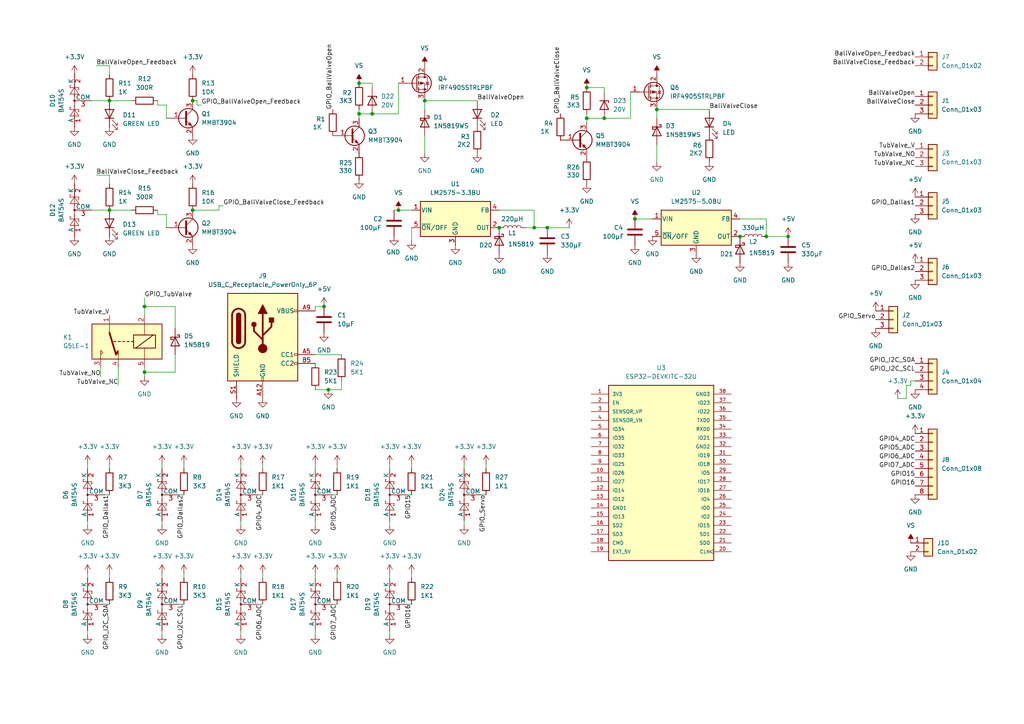
<source format=kicad_sch>
(kicad_sch (version 20231120) (generator "eeschema") (generator_version "8.0")
  (paper "A4")
  (junction (at 222.25 68.58))
  (junction (at 104.14 33.02))
  (junction (at 93.98 88.9))
  (junction (at 107.95 33.02))
  (junction (at 115.57 60.96))
  (junction (at 104.14 24.13))
  (junction (at 95.25 113.03))
  (junction (at 154.94 66.04))
  (junction (at 55.88 29.21))
  (junction (at 123.19 29.21))
  (junction (at 41.91 88.9))
  (junction (at 31.75 29.21))
  (junction (at 158.75 66.04))
  (junction (at 214.63 68.58))
  (junction (at 184.15 63.5))
  (junction (at 228.6 68.58))
  (junction (at 41.91 107.95))
  (junction (at 55.88 60.96))
  (junction (at 144.78 66.04))
  (junction (at 175.26 34.29))
  (junction (at 170.18 34.29))
  (junction (at 170.18 25.4))
  (junction (at 31.75 60.96))
  (junction (at 190.5 31.75))
  (wire (pts (xy 182.88 26.67) (xy 182.88 34.29)))
  (wire (pts (xy 214.63 63.5) (xy 222.25 63.5)))
  (wire (pts (xy 170.18 33.02) (xy 170.18 34.29)))
  (wire (pts (xy 99.06 113.03) (xy 99.06 110.49)))
  (wire (pts (xy 140.97 143.51) (xy 139.7 143.51)))
  (wire (pts (xy 45.72 30.48) (xy 45.72 29.21)))
  (wire (pts (xy 91.44 113.03) (xy 95.25 113.03)))
  (wire (pts (xy 97.79 175.26) (xy 96.52 175.26)))
  (wire (pts (xy 41.91 109.22) (xy 41.91 107.95)))
  (wire (pts (xy 104.14 33.02) (xy 104.14 34.29)))
  (wire (pts (xy 46.99 152.4) (xy 46.99 151.13)))
  (wire (pts (xy 31.75 166.37) (xy 31.75 167.64)))
  (wire (pts (xy 119.38 166.37) (xy 119.38 167.64)))
  (wire (pts (xy 45.72 62.23) (xy 48.26 62.23)))
  (wire (pts (xy 25.4 166.37) (xy 25.4 167.64)))
  (wire (pts (xy 154.94 66.04) (xy 158.75 66.04)))
  (wire (pts (xy 76.2 175.26) (xy 74.93 175.26)))
  (wire (pts (xy 123.19 31.75) (xy 123.19 29.21)))
  (wire (pts (xy 170.18 25.4) (xy 175.26 25.4)))
  (wire (pts (xy 55.88 29.21) (xy 57.15 29.21)))
  (wire (pts (xy 50.8 88.9) (xy 41.91 88.9)))
  (wire (pts (xy 140.97 134.62) (xy 140.97 135.89)))
  (wire (pts (xy 107.95 33.02) (xy 115.57 33.02)))
  (wire (pts (xy 95.25 113.03) (xy 99.06 113.03)))
  (wire (pts (xy 50.8 95.25) (xy 50.8 88.9)))
  (wire (pts (xy 190.5 31.75) (xy 205.74 31.75)))
  (wire (pts (xy 182.88 34.29) (xy 175.26 34.29)))
  (wire (pts (xy 41.91 88.9) (xy 41.91 91.44)))
  (wire (pts (xy 31.75 175.26) (xy 30.48 175.26)))
  (wire (pts (xy 46.99 184.15) (xy 46.99 182.88)))
  (wire (pts (xy 31.75 29.21) (xy 38.1 29.21)))
  (wire (pts (xy 152.4 66.04) (xy 154.94 66.04)))
  (wire (pts (xy 175.26 25.4) (xy 175.26 26.67)))
  (wire (pts (xy 97.79 134.62) (xy 97.79 135.89)))
  (wire (pts (xy 41.91 86.36) (xy 41.91 88.9)))
  (wire (pts (xy 264.16 111.76) (xy 264.16 110.49)))
  (wire (pts (xy 53.34 134.62) (xy 53.34 135.89)))
  (wire (pts (xy 104.14 24.13) (xy 107.95 24.13)))
  (wire (pts (xy 175.26 34.29) (xy 170.18 34.29)))
  (wire (pts (xy 170.18 34.29) (xy 170.18 35.56)))
  (wire (pts (xy 31.75 60.96) (xy 26.67 60.96)))
  (wire (pts (xy 134.62 134.62) (xy 134.62 135.89)))
  (wire (pts (xy 29.21 106.68) (xy 29.21 109.22)))
  (wire (pts (xy 69.85 152.4) (xy 69.85 151.13)))
  (wire (pts (xy 31.75 143.51) (xy 30.48 143.51)))
  (wire (pts (xy 76.2 134.62) (xy 76.2 135.89)))
  (wire (pts (xy 46.99 166.37) (xy 46.99 167.64)))
  (wire (pts (xy 119.38 175.26) (xy 118.11 175.26)))
  (wire (pts (xy 123.19 44.45) (xy 123.19 39.37)))
  (wire (pts (xy 31.75 134.62) (xy 31.75 135.89)))
  (wire (pts (xy 115.57 24.13) (xy 115.57 33.02)))
  (wire (pts (xy 119.38 143.51) (xy 118.11 143.51)))
  (wire (pts (xy 76.2 143.51) (xy 74.93 143.51)))
  (wire (pts (xy 184.15 63.5) (xy 189.23 63.5)))
  (wire (pts (xy 25.4 134.62) (xy 25.4 135.89)))
  (wire (pts (xy 31.75 60.96) (xy 38.1 60.96)))
  (wire (pts (xy 264.16 110.49) (xy 265.43 110.49)))
  (wire (pts (xy 48.26 62.23) (xy 48.26 66.04)))
  (wire (pts (xy 144.78 60.96) (xy 154.94 60.96)))
  (wire (pts (xy 104.14 31.75) (xy 104.14 33.02)))
  (wire (pts (xy 97.79 143.51) (xy 96.52 143.51)))
  (wire (pts (xy 190.5 46.99) (xy 190.5 41.91)))
  (wire (pts (xy 45.72 30.48) (xy 48.26 30.48)))
  (wire (pts (xy 53.34 166.37) (xy 53.34 167.64)))
  (wire (pts (xy 97.79 166.37) (xy 97.79 167.64)))
  (wire (pts (xy 104.14 33.02) (xy 107.95 33.02)))
  (wire (pts (xy 46.99 134.62) (xy 46.99 135.89)))
  (wire (pts (xy 91.44 102.87) (xy 99.06 102.87)))
  (wire (pts (xy 53.34 143.51) (xy 52.07 143.51)))
  (wire (pts (xy 91.44 88.9) (xy 91.44 90.17)))
  (wire (pts (xy 165.1 66.04) (xy 158.75 66.04)))
  (wire (pts (xy 190.5 34.29) (xy 190.5 31.75)))
  (wire (pts (xy 64.77 59.69) (xy 63.5 59.69)))
  (wire (pts (xy 69.85 184.15) (xy 69.85 182.88)))
  (wire (pts (xy 119.38 69.85) (xy 119.38 66.04)))
  (wire (pts (xy 113.03 166.37) (xy 113.03 167.64)))
  (wire (pts (xy 69.85 134.62) (xy 69.85 135.89)))
  (wire (pts (xy 57.15 29.21) (xy 57.15 30.48)))
  (wire (pts (xy 53.34 175.26) (xy 52.07 175.26)))
  (wire (pts (xy 31.75 50.8) (xy 31.75 53.34)))
  (wire (pts (xy 93.98 88.9) (xy 91.44 88.9)))
  (wire (pts (xy 115.57 60.96) (xy 119.38 60.96)))
  (wire (pts (xy 31.75 29.21) (xy 26.67 29.21)))
  (wire (pts (xy 260.35 115.57) (xy 262.89 115.57)))
  (wire (pts (xy 25.4 152.4) (xy 25.4 151.13)))
  (wire (pts (xy 91.44 184.15) (xy 91.44 182.88)))
  (wire (pts (xy 113.03 152.4) (xy 113.03 151.13)))
  (wire (pts (xy 119.38 134.62) (xy 119.38 135.89)))
  (wire (pts (xy 50.8 107.95) (xy 50.8 102.87)))
  (wire (pts (xy 123.19 29.21) (xy 138.43 29.21)))
  (wire (pts (xy 27.94 19.05) (xy 31.75 19.05)))
  (wire (pts (xy 114.3 60.96) (xy 115.57 60.96)))
  (wire (pts (xy 41.91 107.95) (xy 50.8 107.95)))
  (wire (pts (xy 91.44 152.4) (xy 91.44 151.13)))
  (wire (pts (xy 48.26 30.48) (xy 48.26 34.29)))
  (wire (pts (xy 63.5 59.69) (xy 63.5 60.96)))
  (wire (pts (xy 262.89 111.76) (xy 264.16 111.76)))
  (wire (pts (xy 154.94 60.96) (xy 154.94 66.04)))
  (wire (pts (xy 91.44 166.37) (xy 91.44 167.64)))
  (wire (pts (xy 34.29 106.68) (xy 34.29 111.76)))
  (wire (pts (xy 76.2 166.37) (xy 76.2 167.64)))
  (wire (pts (xy 134.62 152.4) (xy 134.62 151.13)))
  (wire (pts (xy 262.89 115.57) (xy 262.89 111.76)))
  (wire (pts (xy 31.75 19.05) (xy 31.75 21.59)))
  (wire (pts (xy 113.03 184.15) (xy 113.03 182.88)))
  (wire (pts (xy 91.44 134.62) (xy 91.44 135.89)))
  (wire (pts (xy 25.4 184.15) (xy 25.4 182.88)))
  (wire (pts (xy 41.91 107.95) (xy 41.91 106.68)))
  (wire (pts (xy 57.15 30.48) (xy 58.42 30.48)))
  (wire (pts (xy 113.03 134.62) (xy 113.03 135.89)))
  (wire (pts (xy 69.85 166.37) (xy 69.85 167.64)))
  (wire (pts (xy 27.94 50.8) (xy 31.75 50.8)))
  (wire (pts (xy 222.25 63.5) (xy 222.25 68.58)))
  (wire (pts (xy 63.5 60.96) (xy 55.88 60.96)))
  (wire (pts (xy 228.6 68.58) (xy 222.25 68.58)))
  (wire (pts (xy 107.95 24.13) (xy 107.95 25.4)))
  (wire (pts (xy 45.72 62.23) (xy 45.72 60.96)))
  (label "GPIO_Servo" (at 140.97 143.51 270))
  (label "BallValveOpen_Feedback" (at 265.43 16.51 180))
  (label "GPIO_Dallas1" (at 265.43 59.69 180))
  (label "GPIO5_ADC" (at 265.43 130.81 180))
  (label "GPIO_BallValveClose" (at 162.56 33.02 90))
  (label "BallValveOpen" (at 265.43 27.94 180))
  (label "GPIO_BallValveOpen" (at 96.52 31.75 90))
  (label "GPIO_BallValveOpen_Feedback" (at 58.42 30.48 0))
  (label "GPIO_I2C_SDA" (at 265.43 105.41 180))
  (label "GPIO7_ADC" (at 97.79 175.26 270))
  (label "GPIO_Servo" (at 254 92.71 180))
  (label "GPIO15" (at 119.38 143.51 270))
  (label "BallValveClose" (at 265.43 30.48 180))
  (label "TubValve_NO" (at 265.43 45.72 180))
  (label "GPIO_I2C_SDA" (at 31.75 175.26 270))
  (label "GPIO_Dallas2" (at 53.34 143.51 270))
  (label "BallValveOpen" (at 138.43 29.21 0))
  (label "GPIO_Dallas1" (at 31.75 143.51 270))
  (label "GPIO_BallValveClose_Feedback" (at 64.77 59.69 0))
  (label "GPIO_I2C_SCL" (at 265.43 107.95 180))
  (label "GPIO_Dallas2" (at 265.43 78.74 180))
  (label "GPIO16" (at 265.43 140.97 180))
  (label "BallValveClose" (at 205.74 31.75 0))
  (label "GPIO4_ADC" (at 265.43 128.27 180))
  (label "GPIO15" (at 265.43 138.43 180))
  (label "BallValveClose_Feedback" (at 27.94 50.8 0))
  (label "TubValve_V" (at 31.75 91.44 180))
  (label "GPIO7_ADC" (at 265.43 135.89 180))
  (label "TubValve_NC" (at 34.29 111.76 180))
  (label "GPIO_I2C_SCL" (at 53.34 175.26 270))
  (label "BallValveOpen_Feedback" (at 27.94 19.05 0))
  (label "GPIO6_ADC" (at 265.43 133.35 180))
  (label "GPIO5_ADC" (at 97.79 143.51 270))
  (label "TubValve_V" (at 265.43 43.18 180))
  (label "GPIO6_ADC" (at 76.2 175.26 270))
  (label "BallValveClose_Feedback" (at 265.43 19.05 180))
  (label "GPIO16" (at 119.38 175.26 270))
  (label "GPIO4_ADC" (at 76.2 143.51 270))
  (label "GPIO_TubValve" (at 41.91 86.36 0))
  (label "TubValve_NO" (at 29.21 109.22 180))
  (label "TubValve_NC" (at 265.43 48.26 180))
  (symbol (lib_id "Device:C") (at 184.15 67.31 0) (unit 1)
    (property "Reference" "C4" (at 178.054 66.04 0) (effects (justify left)))
    (property "Value" "100µF" (at 174.752 68.58 0) (effects (justify left)))
    (property "Footprint" "Capacitor_SMD:CP_Elec_8x10" (effects (hide yes)))
    (property "Description" "UUD1H101MNL1GS" (effects (hide yes)))
  )
  (symbol (lib_id "power:GND") (at 265.43 113.03 0) (unit 1)
    (property "Reference" "#PWR018" (effects (hide yes)))
    (property "Value" "GND" (at 265.43 118.11 0))
    (property "Description" "Power symbol creates a global label with name \"GND\" , ground" (effects (hide yes)))
  )
  (symbol (lib_id "Device:R") (at 55.88 57.15 0) (unit 1)
    (property "Reference" "R16" (at 58.42 55.8799 0) (effects (justify left)))
    (property "Value" "10K" (at 58.42 58.4199 0) (effects (justify left)))
    (property "Footprint" "Resistor_SMD:R_0805_2012Metric" (effects (hide yes)))
    (property "Description" "Resistor" (effects (hide yes)))
  )
  (symbol (lib_id "Diode:BAT54S") (at 91.44 175.26 90) (unit 1)
    (property "Reference" "D17" (at 85.09 175.26 0))
    (property "Value" "BAT54S" (at 87.63 175.26 0))
    (property "Footprint" "Package_TO_SOT_SMD:SOT-23" (effects (hide yes)))
    (property "Datasheet" "https://www.diodes.com/assets/Datasheets/ds11005.pdf" (effects (hide yes)))
    (property "Description" "Vr 30V, If 200mA, Dual schottky barrier diode, in series, SOT-323" (effects (hide yes)))
  )
  (symbol (lib_id "power:GND") (at 265.43 33.02 0) (unit 1)
    (property "Reference" "#PWR04" (effects (hide yes)))
    (property "Value" "GND" (at 265.43 38.1 0))
    (property "Description" "Power symbol creates a global label with name \"GND\" , ground" (effects (hide yes)))
  )
  (symbol (lib_id "power:GND") (at 69.85 152.4 0) (mirror y) (unit 1)
    (property "Reference" "#PWR041" (effects (hide yes)))
    (property "Value" "GND" (at 69.85 157.48 0))
    (property "Description" "Power symbol creates a global label with name \"GND\" , ground" (effects (hide yes)))
  )
  (symbol (lib_id "power:+3.3V") (at 76.2 134.62 0) (mirror y) (unit 1)
    (property "Reference" "#PWR042" (effects (hide yes)))
    (property "Value" "+3.3V" (at 76.2 129.54 0))
    (property "Description" "Power symbol creates a global label with name \"+3.3V\"" (effects (hide yes)))
  )
  (symbol (lib_id "power:+3.3V") (at 91.44 166.37 0) (mirror y) (unit 1)
    (property "Reference" "#PWR048" (effects (hide yes)))
    (property "Value" "+3.3V" (at 91.44 161.29 0))
    (property "Description" "Power symbol creates a global label with name \"+3.3V\"" (effects (hide yes)))
  )
  (symbol (lib_id "power:GND") (at 228.6 76.2 0) (unit 1)
    (property "Reference" "#PWR075" (effects (hide yes)))
    (property "Value" "GND" (at 228.6 81.28 0))
    (property "Description" "Power symbol creates a global label with name \"GND\" , ground" (effects (hide yes)))
  )
  (symbol (lib_id "power:+3.3V") (at 97.79 166.37 0) (mirror y) (unit 1)
    (property "Reference" "#PWR051" (effects (hide yes)))
    (property "Value" "+3.3V" (at 97.79 161.29 0))
    (property "Description" "Power symbol creates a global label with name \"+3.3V\"" (effects (hide yes)))
  )
  (symbol (lib_id "Regulator_Switching:LM2575-3.3BU") (at 132.08 63.5 0) (unit 1)
    (property "Reference" "U1" (at 132.08 53.34 0))
    (property "Value" "LM2575-3.3BU" (at 132.08 55.88 0))
    (property "Footprint" "Package_TO_SOT_SMD:TO-263-5_TabPin3" (effects (hide yes)))
    (property "Datasheet" "http://ww1.microchip.com/downloads/en/DeviceDoc/lm2575.pdf" (effects (hide yes)))
    (property "Description" "Fixed 3.3V 52kHz Simple 1A Buck Regulator, TO-263" (effects (hide yes)))
  )
  (symbol (lib_id "Diode:BAT54S") (at 21.59 60.96 90) (unit 1)
    (property "Reference" "D12" (at 15.24 60.96 0))
    (property "Value" "BAT54S" (at 17.78 60.96 0))
    (property "Footprint" "Package_TO_SOT_SMD:SOT-23" (effects (hide yes)))
    (property "Datasheet" "https://www.diodes.com/assets/Datasheets/ds11005.pdf" (effects (hide yes)))
    (property "Description" "Vr 30V, If 200mA, Dual schottky barrier diode, in series, SOT-323" (effects (hide yes)))
  )
  (symbol (lib_id "Regulator_Switching:LM2575-5.0BU") (at 201.93 66.04 0) (unit 1)
    (property "Reference" "U2" (at 201.93 55.88 0))
    (property "Value" "LM2575-5.0BU" (at 201.93 58.42 0))
    (property "Footprint" "Package_TO_SOT_SMD:TO-263-5_TabPin3" (effects (hide yes)))
    (property "Datasheet" "http://ww1.microchip.com/downloads/en/DeviceDoc/lm2575.pdf" (effects (hide yes)))
    (property "Description" "Fixed 5.0V 52kHz Simple 1A Buck Regulator, TO-263" (effects (hide yes)))
  )
  (symbol (lib_id "Device:D_Schottky") (at 214.63 72.39 270) (unit 1)
    (property "Reference" "D21" (at 208.788 73.66 90) (effects (justify left)))
    (property "Value" "1N5819" (at 217.17 73.3424 90) (effects (justify left)))
    (property "Footprint" "Diode_SMD:D_SOD-323" (effects (hide yes)))
    (property "Description" "Schottky diode" (effects (hide yes)))
  )
  (symbol (lib_id "Connector_Generic:Conn_01x02") (at 269.24 157.48 0) (unit 1)
    (property "Reference" "J10" (at 271.78 157.4799 0) (effects (justify left)))
    (property "Value" "Conn_01x02" (at 271.78 160.0199 0) (effects (justify left)))
    (property "Description" "Generic connector, single row, 01x02, script generated (kicad-library-utils/schlib/autogen/connector/)" (effects (hide yes)))
  )
  (symbol (lib_id "power:GND") (at 138.43 44.45 0) (unit 1)
    (property "Reference" "#PWR06" (effects (hide yes)))
    (property "Value" "GND" (at 138.43 49.53 0))
    (property "Description" "Power symbol creates a global label with name \"GND\" , ground" (effects (hide yes)))
  )
  (symbol (lib_id "Device:C") (at 228.6 72.39 0) (unit 1)
    (property "Reference" "C5" (at 232.41 71.1199 0) (effects (justify left)))
    (property "Value" "330µF" (at 232.41 73.6599 0) (effects (justify left)))
    (property "Footprint" "Capacitor_SMD:CP_Elec_6.3x7.7" (effects (hide yes)))
    (property "Description" "RVT0J331M0607" (effects (hide yes)))
  )
  (symbol (lib_id "power:+3.3V") (at 69.85 166.37 0) (mirror y) (unit 1)
    (property "Reference" "#PWR043" (effects (hide yes)))
    (property "Value" "+3.3V" (at 69.85 161.29 0))
    (property "Description" "Power symbol creates a global label with name \"+3.3V\"" (effects (hide yes)))
  )
  (symbol (lib_id "power:VS") (at 184.15 63.5 0) (unit 1)
    (property "Reference" "#PWR086" (effects (hide yes)))
    (property "Value" "VS" (at 184.15 58.42 0))
    (property "Description" "Power symbol creates a global label with name \"VS\"" (effects (hide yes)))
  )
  (symbol (lib_id "power:VS") (at 104.14 24.13 0) (unit 1)
    (property "Reference" "#PWR02" (effects (hide yes)))
    (property "Value" "VS" (at 104.14 19.05 0))
    (property "Description" "Power symbol creates a global label with name \"VS\"" (effects (hide yes)))
  )
  (symbol (lib_id "power:GND") (at 123.19 44.45 0) (unit 1)
    (property "Reference" "#PWR05" (effects (hide yes)))
    (property "Value" "GND" (at 123.19 49.53 0))
    (property "Description" "Power symbol creates a global label with name \"GND\" , ground" (effects (hide yes)))
  )
  (symbol (lib_id "Device:R") (at 31.75 25.4 0) (unit 1)
    (property "Reference" "R11" (at 34.29 24.1299 0) (effects (justify left)))
    (property "Value" "1K" (at 34.29 26.6699 0) (effects (justify left)))
    (property "Footprint" "Resistor_SMD:R_0805_2012Metric" (effects (hide yes)))
    (property "Description" "Resistor" (effects (hide yes)))
  )
  (symbol (lib_id "Diode:1N5819WS") (at 190.5 38.1 270) (unit 1)
    (property "Reference" "D3" (at 193.04 36.5124 90) (effects (justify left)))
    (property "Value" "1N5819WS" (at 193.04 39.0524 90) (effects (justify left)))
    (property "Footprint" "Diode_SMD:D_SOD-323" (effects (hide yes)))
    (property "Datasheet" "https://datasheet.lcsc.com/lcsc/2204281430_Guangdong-Hottech-1N5819WS_C191023.pdf" (effects (hide yes)))
    (property "Description" "40V 600mV@1A 1A SOD-323 Schottky Barrier Diodes, SOD-323" (effects (hide yes)))
  )
  (symbol (lib_id "power:GND") (at 170.18 53.34 0) (unit 1)
    (property "Reference" "#PWR08" (effects (hide yes)))
    (property "Value" "GND" (at 170.18 58.42 0))
    (property "Description" "Power symbol creates a global label with name \"GND\" , ground" (effects (hide yes)))
  )
  (symbol (lib_id "Device:C") (at 93.98 92.71 0) (unit 1)
    (property "Reference" "C1" (at 97.79 91.4399 0) (effects (justify left)))
    (property "Value" "10µF" (at 97.79 93.9799 0) (effects (justify left)))
    (property "Footprint" "Capacitor_SMD:C_0805_2012Metric" (effects (hide yes)))
    (property "Description" "CL21A106KAYNNNE" (effects (hide yes)))
  )
  (symbol (lib_id "power:GND") (at 68.58 115.57 0) (unit 1)
    (property "Reference" "#PWR063" (effects (hide yes)))
    (property "Value" "GND" (at 68.58 120.65 0))
    (property "Description" "Power symbol creates a global label with name \"GND\" , ground" (effects (hide yes)))
  )
  (symbol (lib_id "power:+3.3V") (at 55.88 21.59 0) (unit 1)
    (property "Reference" "#PWR034" (effects (hide yes)))
    (property "Value" "+3.3V" (at 55.88 16.51 0))
    (property "Description" "Power symbol creates a global label with name \"+3.3V\"" (effects (hide yes)))
  )
  (symbol (lib_id "Device:L") (at 148.59 66.04 90) (unit 1)
    (property "Reference" "L1" (at 148.59 67.564 90))
    (property "Value" "220µH" (at 148.59 63.5 90))
    (property "Footprint" "Inductor_SMD:L_Sunlord_SWRB1207S" (effects (hide yes)))
    (property "Description" "SWRB1207S-221MT" (effects (hide yes)))
  )
  (symbol (lib_id "power:GND") (at 21.59 68.58 0) (unit 1)
    (property "Reference" "#PWR036" (effects (hide yes)))
    (property "Value" "GND" (at 21.59 73.66 0))
    (property "Description" "Power symbol creates a global label with name \"GND\" , ground" (effects (hide yes)))
  )
  (symbol (lib_id "Device:LED") (at 138.43 33.02 90) (unit 1)
    (property "Reference" "D2" (at 142.24 33.3374 90) (effects (justify right)))
    (property "Value" "LED" (at 142.24 35.8774 90) (effects (justify right)))
    (property "Description" "Light emitting diode" (effects (hide yes)))
  )
  (symbol (lib_id "Diode:BAT54S") (at 113.03 175.26 90) (unit 1)
    (property "Reference" "D19" (at 106.68 175.26 0))
    (property "Value" "BAT54S" (at 109.22 175.26 0))
    (property "Footprint" "Package_TO_SOT_SMD:SOT-23" (effects (hide yes)))
    (property "Datasheet" "https://www.diodes.com/assets/Datasheets/ds11005.pdf" (effects (hide yes)))
    (property "Description" "Vr 30V, If 200mA, Dual schottky barrier diode, in series, SOT-323" (effects (hide yes)))
  )
  (symbol (lib_id "power:GND") (at 95.25 113.03 0) (unit 1)
    (property "Reference" "#PWR060" (effects (hide yes)))
    (property "Value" "GND" (at 95.25 118.11 0))
    (property "Description" "Power symbol creates a global label with name \"GND\" , ground" (effects (hide yes)))
  )
  (symbol (lib_id "power:GND") (at 254 95.25 0) (unit 1)
    (property "Reference" "#PWR083" (effects (hide yes)))
    (property "Value" "GND" (at 254 100.33 0))
    (property "Description" "Power symbol creates a global label with name \"GND\" , ground" (effects (hide yes)))
  )
  (symbol (lib_id "Device:R") (at 97.79 139.7 0) (unit 1)
    (property "Reference" "R19" (at 100.33 138.4299 0) (effects (justify left)))
    (property "Value" "1K1" (at 100.33 140.9699 0) (effects (justify left)))
    (property "Footprint" "Resistor_SMD:R_0805_2012Metric" (effects (hide yes)))
    (property "Description" "Resistor" (effects (hide yes)))
  )
  (symbol (lib_id "power:GND") (at 69.85 184.15 0) (mirror y) (unit 1)
    (property "Reference" "#PWR044" (effects (hide yes)))
    (property "Value" "GND" (at 69.85 189.23 0))
    (property "Description" "Power symbol creates a global label with name \"GND\" , ground" (effects (hide yes)))
  )
  (symbol (lib_id "power:+3.3V") (at 46.99 166.37 0) (mirror y) (unit 1)
    (property "Reference" "#PWR023" (effects (hide yes)))
    (property "Value" "+3.3V" (at 46.99 161.29 0))
    (property "Description" "Power symbol creates a global label with name \"+3.3V\"" (effects (hide yes)))
  )
  (symbol (lib_id "Device:R") (at 119.38 171.45 0) (unit 1)
    (property "Reference" "R22" (at 121.92 170.1799 0) (effects (justify left)))
    (property "Value" "1K1" (at 121.92 172.7199 0) (effects (justify left)))
    (property "Footprint" "Resistor_SMD:R_0805_2012Metric" (effects (hide yes)))
    (property "Description" "Resistor" (effects (hide yes)))
  )
  (symbol (lib_id "Device:R") (at 96.52 35.56 0) (unit 1)
    (property "Reference" "R1" (at 91.694 34.544 0) (effects (justify left)))
    (property "Value" "1K" (at 90.678 36.83 0) (effects (justify left)))
    (property "Footprint" "Resistor_SMD:R_0805_2012Metric" (effects (hide yes)))
    (property "Description" "Resistor" (effects (hide yes)))
  )
  (symbol (lib_id "Device:R") (at 53.34 171.45 0) (unit 1)
    (property "Reference" "R10" (at 55.88 170.1799 0) (effects (justify left)))
    (property "Value" "3K3" (at 55.88 172.7199 0) (effects (justify left)))
    (property "Footprint" "Resistor_SMD:R_0805_2012Metric" (effects (hide yes)))
    (property "Description" "Resistor" (effects (hide yes)))
  )
  (symbol (lib_id "power:GND") (at 265.43 143.51 0) (unit 1)
    (property "Reference" "#PWR059" (effects (hide yes)))
    (property "Value" "GND" (at 265.43 148.59 0))
    (property "Description" "Power symbol creates a global label with name \"GND\" , ground" (effects (hide yes)))
  )
  (symbol (lib_id "power:+3.3V") (at 113.03 166.37 0) (mirror y) (unit 1)
    (property "Reference" "#PWR055" (effects (hide yes)))
    (property "Value" "+3.3V" (at 113.03 161.29 0))
    (property "Description" "Power symbol creates a global label with name \"+3.3V\"" (effects (hide yes)))
  )
  (symbol (lib_id "Device:C") (at 114.3 64.77 0) (unit 1)
    (property "Reference" "C2" (at 108.204 63.5 0) (effects (justify left)))
    (property "Value" "100µF" (at 104.394 66.04 0) (effects (justify left)))
    (property "Footprint" "Capacitor_SMD:CP_Elec_8x10" (effects (hide yes)))
    (property "Description" "UUD1H101MNL1GS" (effects (hide yes)))
  )
  (symbol (lib_id "power:+3.3V") (at 25.4 134.62 0) (mirror y) (unit 1)
    (property "Reference" "#PWR013" (effects (hide yes)))
    (property "Value" "+3.3V" (at 25.4 129.54 0))
    (property "Description" "Power symbol creates a global label with name \"+3.3V\"" (effects (hide yes)))
  )
  (symbol (lib_id "power:VS") (at 123.19 19.05 0) (unit 1)
    (property "Reference" "#PWR078" (effects (hide yes)))
    (property "Value" "VS" (at 123.19 13.97 0))
    (property "Description" "Power symbol creates a global label with name \"VS\"" (effects (hide yes)))
  )
  (symbol (lib_id "Device:R") (at 104.14 27.94 0) (unit 1)
    (property "Reference" "R2" (at 99.314 26.924 0) (effects (justify left)))
    (property "Value" "3K3" (at 98.298 29.21 0) (effects (justify left)))
    (property "Footprint" "Resistor_SMD:R_0805_2012Metric" (effects (hide yes)))
    (property "Description" "Resistor" (effects (hide yes)))
  )
  (symbol (lib_id "power:GND") (at 31.75 68.58 0) (unit 1)
    (property "Reference" "#PWR037" (effects (hide yes)))
    (property "Value" "GND" (at 31.75 73.66 0))
    (property "Description" "Power symbol creates a global label with name \"GND\" , ground" (effects (hide yes)))
  )
  (symbol (lib_id "power:+3.3V") (at 134.62 134.62 0) (mirror y) (unit 1)
    (property "Reference" "#PWR079" (effects (hide yes)))
    (property "Value" "+3.3V" (at 134.62 129.54 0))
    (property "Description" "Power symbol creates a global label with name \"+3.3V\"" (effects (hide yes)))
  )
  (symbol (lib_id "Device:L") (at 218.44 68.58 90) (unit 1)
    (property "Reference" "L2" (at 218.44 70.104 90))
    (property "Value" "330µH" (at 218.44 66.04 90))
    (property "Footprint" "Inductor_SMD:L_Sunlord_SWRB1207S" (effects (hide yes)))
    (property "Description" "SWRB1207S-331MT" (effects (hide yes)))
  )
  (symbol (lib_id "power:GND") (at 55.88 71.12 0) (unit 1)
    (property "Reference" "#PWR039" (effects (hide yes)))
    (property "Value" "GND" (at 55.88 76.2 0))
    (property "Description" "Power symbol creates a global label with name \"GND\" , ground" (effects (hide yes)))
  )
  (symbol (lib_id "Transistor_BJT:MMBT3904") (at 53.34 34.29 0) (unit 1)
    (property "Reference" "Q1" (at 58.42 33.0199 0) (effects (justify left)))
    (property "Value" "MMBT3904" (at 58.42 35.5599 0) (effects (justify left)))
    (property "Footprint" "Package_TO_SOT_SMD:SOT-23" (effects (hide yes)))
    (property "Datasheet" "https://www.onsemi.com/pdf/datasheet/pzt3904-d.pdf" (effects (hide yes)))
    (property "Description" "0.2A Ic, 40V Vce, Small Signal NPN Transistor, SOT-23" (effects (hide yes)))
  )
  (symbol (lib_id "power:GND") (at 214.63 76.2 0) (unit 1)
    (property "Reference" "#PWR074" (effects (hide yes)))
    (property "Value" "GND" (at 214.63 81.28 0))
    (property "Description" "Power symbol creates a global label with name \"GND\" , ground" (effects (hide yes)))
  )
  (symbol (lib_id "Transistor_BJT:MMBT3904") (at 53.34 66.04 0) (unit 1)
    (property "Reference" "Q2" (at 58.42 64.7699 0) (effects (justify left)))
    (property "Value" "MMBT3904" (at 58.42 67.3099 0) (effects (justify left)))
    (property "Footprint" "Package_TO_SOT_SMD:SOT-23" (effects (hide yes)))
    (property "Datasheet" "https://www.onsemi.com/pdf/datasheet/pzt3904-d.pdf" (effects (hide yes)))
    (property "Description" "0.2A Ic, 40V Vce, Small Signal NPN Transistor, SOT-23" (effects (hide yes)))
  )
  (symbol (lib_id "power:GND") (at 91.44 152.4 0) (mirror y) (unit 1)
    (property "Reference" "#PWR047" (effects (hide yes)))
    (property "Value" "GND" (at 91.44 157.48 0))
    (property "Description" "Power symbol creates a global label with name \"GND\" , ground" (effects (hide yes)))
  )
  (symbol (lib_id "Diode:BAT54S") (at 25.4 175.26 90) (unit 1)
    (property "Reference" "D8" (at 19.05 175.26 0))
    (property "Value" "BAT54S" (at 21.59 175.26 0))
    (property "Footprint" "Package_TO_SOT_SMD:SOT-23" (effects (hide yes)))
    (property "Datasheet" "https://www.diodes.com/assets/Datasheets/ds11005.pdf" (effects (hide yes)))
    (property "Description" "Vr 30V, If 200mA, Dual schottky barrier diode, in series, SOT-323" (effects (hide yes)))
  )
  (symbol (lib_id "Device:R") (at 55.88 25.4 0) (unit 1)
    (property "Reference" "R13" (at 58.42 24.1299 0) (effects (justify left)))
    (property "Value" "10K" (at 58.42 26.6699 0) (effects (justify left)))
    (property "Footprint" "Resistor_SMD:R_0805_2012Metric" (effects (hide yes)))
    (property "Description" "Resistor" (effects (hide yes)))
  )
  (symbol (lib_id "Device:R") (at 162.56 36.83 0) (unit 1)
    (property "Reference" "R4" (at 157.734 35.814 0) (effects (justify left)))
    (property "Value" "1K" (at 156.718 38.1 0) (effects (justify left)))
    (property "Footprint" "Resistor_SMD:R_0805_2012Metric" (effects (hide yes)))
    (property "Description" "Resistor" (effects (hide yes)))
  )
  (symbol (lib_id "power:+3.3V") (at 55.88 53.34 0) (unit 1)
    (property "Reference" "#PWR038" (effects (hide yes)))
    (property "Value" "+3.3V" (at 55.88 48.26 0))
    (property "Description" "Power symbol creates a global label with name \"+3.3V\"" (effects (hide yes)))
  )
  (symbol (lib_id "power:+3.3V") (at 53.34 134.62 0) (mirror y) (unit 1)
    (property "Reference" "#PWR017" (effects (hide yes)))
    (property "Value" "+3.3V" (at 53.34 129.54 0))
    (property "Description" "Power symbol creates a global label with name \"+3.3V\"" (effects (hide yes)))
  )
  (symbol (lib_id "power:+3.3V") (at 46.99 134.62 0) (mirror y) (unit 1)
    (property "Reference" "#PWR015" (effects (hide yes)))
    (property "Value" "+3.3V" (at 46.99 129.54 0))
    (property "Description" "Power symbol creates a global label with name \"+3.3V\"" (effects (hide yes)))
  )
  (symbol (lib_id "Device:R") (at 138.43 40.64 0) (unit 1)
    (property "Reference" "R3" (at 133.604 39.624 0) (effects (justify left)))
    (property "Value" "2K2" (at 132.588 41.91 0) (effects (justify left)))
    (property "Footprint" "Resistor_SMD:R_0805_2012Metric" (effects (hide yes)))
    (property "Description" "Resistor" (effects (hide yes)))
  )
  (symbol (lib_id "power:GND") (at 201.93 73.66 0) (unit 1)
    (property "Reference" "#PWR073" (effects (hide yes)))
    (property "Value" "GND" (at 201.93 78.74 0))
    (property "Description" "Power symbol creates a global label with name \"GND\" , ground" (effects (hide yes)))
  )
  (symbol (lib_id "Device:D_Schottky") (at 144.78 69.85 270) (unit 1)
    (property "Reference" "D20" (at 138.938 71.12 90) (effects (justify left)))
    (property "Value" "1N5819" (at 147.32 70.8024 90) (effects (justify left)))
    (property "Footprint" "Diode_SMD:D_SOD-323" (effects (hide yes)))
    (property "Description" "Schottky diode" (effects (hide yes)))
  )
  (symbol (lib_id "Transistor_FET:IRF4905") (at 120.65 24.13 0) (unit 1)
    (property "Reference" "Q4" (at 127 22.8599 0) (effects (justify left)))
    (property "Value" "IRF4905STRLPBF" (at 127 25.3999 0) (effects (justify left)))
    (property "Footprint" "Package_TO_SOT_SMD:TO-263-2" (effects (hide yes)))
    (property "Datasheet" "http://www.infineon.com/dgdl/irf4905.pdf?fileId=5546d462533600a4015355e32165197c" (effects (hide yes)))
    (property "Description" "-74A Id, -55V Vds, Single P-Channel HEXFET Power MOSFET, 20mOhm Ron, TO-220AB" (effects (hide yes)))
  )
  (symbol (lib_id "power:GND") (at 104.14 52.07 0) (unit 1)
    (property "Reference" "#PWR01" (effects (hide yes)))
    (property "Value" "GND" (at 104.14 57.15 0))
    (property "Description" "Power symbol creates a global label with name \"GND\" , ground" (effects (hide yes)))
  )
  (symbol (lib_id "Device:R") (at 41.91 60.96 90) (unit 1)
    (property "Reference" "R15" (at 41.91 54.61 90))
    (property "Value" "300R" (at 41.91 57.15 90))
    (property "Footprint" "Resistor_SMD:R_0805_2012Metric" (effects (hide yes)))
    (property "Description" "Resistor" (effects (hide yes)))
  )
  (symbol (lib_id "power:GND") (at 264.16 160.02 0) (unit 1)
    (property "Reference" "#PWR070" (effects (hide yes)))
    (property "Value" "GND" (at 264.16 165.1 0))
    (property "Description" "Power symbol creates a global label with name \"GND\" , ground" (effects (hide yes)))
  )
  (symbol (lib_id "power:+3.3V") (at 21.59 21.59 0) (unit 1)
    (property "Reference" "#PWR030" (effects (hide yes)))
    (property "Value" "+3.3V" (at 21.59 16.51 0))
    (property "Description" "Power symbol creates a global label with name \"+3.3V\"" (effects (hide yes)))
  )
  (symbol (lib_id "power:GND") (at 132.08 71.12 0) (unit 1)
    (property "Reference" "#PWR065" (effects (hide yes)))
    (property "Value" "GND" (at 132.08 76.2 0))
    (property "Description" "Power symbol creates a global label with name \"GND\" , ground" (effects (hide yes)))
  )
  (symbol (lib_id "Diode:BAT54S") (at 113.03 143.51 90) (unit 1)
    (property "Reference" "D18" (at 106.68 143.51 0))
    (property "Value" "BAT54S" (at 109.22 143.51 0))
    (property "Footprint" "Package_TO_SOT_SMD:SOT-23" (effects (hide yes)))
    (property "Datasheet" "https://www.diodes.com/assets/Datasheets/ds11005.pdf" (effects (hide yes)))
    (property "Description" "Vr 30V, If 200mA, Dual schottky barrier diode, in series, SOT-323" (effects (hide yes)))
  )
  (symbol (lib_id "Device:R") (at 31.75 171.45 0) (unit 1)
    (property "Reference" "R9" (at 34.29 170.1799 0) (effects (justify left)))
    (property "Value" "3K3" (at 34.29 172.7199 0) (effects (justify left)))
    (property "Footprint" "Resistor_SMD:R_0805_2012Metric" (effects (hide yes)))
    (property "Description" "Resistor" (effects (hide yes)))
  )
  (symbol (lib_id "Device:LED") (at 31.75 64.77 90) (unit 1)
    (property "Reference" "D13" (at 35.56 65.0874 90) (effects (justify right)))
    (property "Value" "GREEN LED" (at 35.56 67.6274 90) (effects (justify right)))
    (property "Description" "Light emitting diode" (effects (hide yes)))
  )
  (symbol (lib_id "power:+3.3V") (at 31.75 166.37 0) (mirror y) (unit 1)
    (property "Reference" "#PWR022" (effects (hide yes)))
    (property "Value" "+3.3V" (at 31.75 161.29 0))
    (property "Description" "Power symbol creates a global label with name \"+3.3V\"" (effects (hide yes)))
  )
  (symbol (lib_id "Diode:BAT54S") (at 69.85 143.51 90) (unit 1)
    (property "Reference" "D14" (at 63.5 143.51 0))
    (property "Value" "BAT54S" (at 66.04 143.51 0))
    (property "Footprint" "Package_TO_SOT_SMD:SOT-23" (effects (hide yes)))
    (property "Datasheet" "https://www.diodes.com/assets/Datasheets/ds11005.pdf" (effects (hide yes)))
    (property "Description" "Vr 30V, If 200mA, Dual schottky barrier diode, in series, SOT-323" (effects (hide yes)))
  )
  (symbol (lib_id "power:VS") (at 115.57 60.96 0) (unit 1)
    (property "Reference" "#PWR084" (effects (hide yes)))
    (property "Value" "VS" (at 115.57 55.88 0))
    (property "Description" "Power symbol creates a global label with name \"VS\"" (effects (hide yes)))
  )
  (symbol (lib_id "Connector_Generic:Conn_01x03") (at 270.51 30.48 0) (unit 1)
    (property "Reference" "J1" (at 273.05 29.2099 0) (effects (justify left)))
    (property "Value" "Conn_01x03" (at 273.05 31.7499 0) (effects (justify left)))
    (property "Footprint" "Connector_Phoenix_MC:PhoenixContact_MCV_1,5_3-G-3.81_1x03_P3.81mm_Vertical" (effects (hide yes)))
    (property "Description" "Generic connector, single row, 01x03, script generated (kicad-library-utils/schlib/autogen/connector/)" (effects (hide yes)))
  )
  (symbol (lib_id "power:+3.3V") (at 97.79 134.62 0) (mirror y) (unit 1)
    (property "Reference" "#PWR050" (effects (hide yes)))
    (property "Value" "+3.3V" (at 97.79 129.54 0))
    (property "Description" "Power symbol creates a global label with name \"+3.3V\"" (effects (hide yes)))
  )
  (symbol (lib_id "Diode:BAT54S") (at 69.85 175.26 90) (unit 1)
    (property "Reference" "D15" (at 63.5 175.26 0))
    (property "Value" "BAT54S" (at 66.04 175.26 0))
    (property "Footprint" "Package_TO_SOT_SMD:SOT-23" (effects (hide yes)))
    (property "Datasheet" "https://www.diodes.com/assets/Datasheets/ds11005.pdf" (effects (hide yes)))
    (property "Description" "Vr 30V, If 200mA, Dual schottky barrier diode, in series, SOT-323" (effects (hide yes)))
  )
  (symbol (lib_id "Diode:1N5819WS") (at 123.19 35.56 270) (unit 1)
    (property "Reference" "D1" (at 125.73 33.9724 90) (effects (justify left)))
    (property "Value" "1N5819WS" (at 125.73 36.5124 90) (effects (justify left)))
    (property "Footprint" "Diode_SMD:D_SOD-323" (effects (hide yes)))
    (property "Datasheet" "https://datasheet.lcsc.com/lcsc/2204281430_Guangdong-Hottech-1N5819WS_C191023.pdf" (effects (hide yes)))
    (property "Description" "40V 600mV@1A 1A SOD-323 Schottky Barrier Diodes, SOD-323" (effects (hide yes)))
  )
  (symbol (lib_id "power:+3.3V") (at 91.44 134.62 0) (mirror y) (unit 1)
    (property "Reference" "#PWR046" (effects (hide yes)))
    (property "Value" "+3.3V" (at 91.44 129.54 0))
    (property "Description" "Power symbol creates a global label with name \"+3.3V\"" (effects (hide yes)))
  )
  (symbol (lib_id "power:+3.3V") (at 140.97 134.62 0) (mirror y) (unit 1)
    (property "Reference" "#PWR081" (effects (hide yes)))
    (property "Value" "+3.3V" (at 140.97 129.54 0))
    (property "Description" "Power symbol creates a global label with name \"+3.3V\"" (effects (hide yes)))
  )
  (symbol (lib_id "power:VS") (at 190.5 21.59 0) (unit 1)
    (property "Reference" "#PWR07" (effects (hide yes)))
    (property "Value" "VS" (at 190.5 16.51 0))
    (property "Description" "Power symbol creates a global label with name \"VS\"" (effects (hide yes)))
  )
  (symbol (lib_id "Device:R") (at 91.44 109.22 0) (unit 1)
    (property "Reference" "R23" (at 93.98 107.9499 0) (effects (justify left)))
    (property "Value" "5K1" (at 93.98 110.4899 0) (effects (justify left)))
    (property "Footprint" "Resistor_SMD:R_0805_2012Metric" (effects (hide yes)))
    (property "Description" "Resistor" (effects (hide yes)))
  )
  (symbol (lib_id "Device:R") (at 76.2 139.7 0) (unit 1)
    (property "Reference" "R17" (at 78.74 138.4299 0) (effects (justify left)))
    (property "Value" "1K1" (at 78.74 140.9699 0) (effects (justify left)))
    (property "Footprint" "Resistor_SMD:R_0805_2012Metric" (effects (hide yes)))
    (property "Description" "Resistor" (effects (hide yes)))
  )
  (symbol (lib_id "Device:R") (at 41.91 29.21 90) (unit 1)
    (property "Reference" "R12" (at 41.91 22.86 90))
    (property "Value" "300R" (at 41.91 25.4 90))
    (property "Footprint" "Resistor_SMD:R_0805_2012Metric" (effects (hide yes)))
    (property "Description" "Resistor" (effects (hide yes)))
  )
  (symbol (lib_id "power:+3.3V") (at 53.34 166.37 0) (mirror y) (unit 1)
    (property "Reference" "#PWR025" (effects (hide yes)))
    (property "Value" "+3.3V" (at 53.34 161.29 0))
    (property "Description" "Power symbol creates a global label with name \"+3.3V\"" (effects (hide yes)))
  )
  (symbol (lib_id "power:+3.3V") (at 119.38 134.62 0) (mirror y) (unit 1)
    (property "Reference" "#PWR054" (effects (hide yes)))
    (property "Value" "+3.3V" (at 119.38 129.54 0))
    (property "Description" "Power symbol creates a global label with name \"+3.3V\"" (effects (hide yes)))
  )
  (symbol (lib_id "power:GND") (at 205.74 46.99 0) (unit 1)
    (property "Reference" "#PWR011" (effects (hide yes)))
    (property "Value" "GND" (at 205.74 52.07 0))
    (property "Description" "Power symbol creates a global label with name \"GND\" , ground" (effects (hide yes)))
  )
  (symbol (lib_id "Device:R") (at 170.18 29.21 0) (unit 1)
    (property "Reference" "R5" (at 165.354 28.194 0) (effects (justify left)))
    (property "Value" "3K3" (at 164.338 30.48 0) (effects (justify left)))
    (property "Footprint" "Resistor_SMD:R_0805_2012Metric" (effects (hide yes)))
    (property "Description" "Resistor" (effects (hide yes)))
  )
  (symbol (lib_id "power:GND") (at 31.75 36.83 0) (unit 1)
    (property "Reference" "#PWR032" (effects (hide yes)))
    (property "Value" "GND" (at 31.75 41.91 0))
    (property "Description" "Power symbol creates a global label with name \"GND\" , ground" (effects (hide yes)))
  )
  (symbol (lib_id "Device:R") (at 205.74 43.18 0) (unit 1)
    (property "Reference" "R6" (at 200.914 42.164 0) (effects (justify left)))
    (property "Value" "2K2" (at 199.898 44.45 0) (effects (justify left)))
    (property "Footprint" "Resistor_SMD:R_0805_2012Metric" (effects (hide yes)))
    (property "Description" "Resistor" (effects (hide yes)))
  )
  (symbol (lib_id "Connector_Generic:Conn_01x03") (at 270.51 45.72 0) (unit 1)
    (property "Reference" "J3" (at 273.05 44.4499 0) (effects (justify left)))
    (property "Value" "Conn_01x03" (at 273.05 46.9899 0) (effects (justify left)))
    (property "Footprint" "Connector_Phoenix_MC_HighVoltage:PhoenixContact_MCV_1,5_3-G-5.08_1x03_P5.08mm_Vertical" (effects (hide yes)))
    (property "Description" "Generic connector, single row, 01x03, script generated (kicad-library-utils/schlib/autogen/connector/)" (effects (hide yes)))
  )
  (symbol (lib_id "Device:R") (at 31.75 139.7 0) (unit 1)
    (property "Reference" "R7" (at 34.29 138.4299 0) (effects (justify left)))
    (property "Value" "3K3" (at 34.29 140.9699 0) (effects (justify left)))
    (property "Footprint" "Resistor_SMD:R_0805_2012Metric" (effects (hide yes)))
    (property "Description" "Resistor" (effects (hide yes)))
  )
  (symbol (lib_id "power:GND") (at 113.03 184.15 0) (mirror y) (unit 1)
    (property "Reference" "#PWR056" (effects (hide yes)))
    (property "Value" "GND" (at 113.03 189.23 0))
    (property "Description" "Power symbol creates a global label with name \"GND\" , ground" (effects (hide yes)))
  )
  (symbol (lib_id "Device:R") (at 31.75 57.15 0) (unit 1)
    (property "Reference" "R14" (at 34.29 55.8799 0) (effects (justify left)))
    (property "Value" "1K" (at 34.29 58.4199 0) (effects (justify left)))
    (property "Footprint" "Resistor_SMD:R_0805_2012Metric" (effects (hide yes)))
    (property "Description" "Resistor" (effects (hide yes)))
  )
  (symbol (lib_id "power:GND") (at 46.99 184.15 0) (mirror y) (unit 1)
    (property "Reference" "#PWR024" (effects (hide yes)))
    (property "Value" "GND" (at 46.99 189.23 0))
    (property "Description" "Power symbol creates a global label with name \"GND\" , ground" (effects (hide yes)))
  )
  (symbol (lib_id "power:GND") (at 91.44 184.15 0) (mirror y) (unit 1)
    (property "Reference" "#PWR049" (effects (hide yes)))
    (property "Value" "GND" (at 91.44 189.23 0))
    (property "Description" "Power symbol creates a global label with name \"GND\" , ground" (effects (hide yes)))
  )
  (symbol (lib_id "Device:R") (at 97.79 171.45 0) (unit 1)
    (property "Reference" "R20" (at 100.33 170.1799 0) (effects (justify left)))
    (property "Value" "1K1" (at 100.33 172.7199 0) (effects (justify left)))
    (property "Footprint" "Resistor_SMD:R_0805_2012Metric" (effects (hide yes)))
    (property "Description" "Resistor" (effects (hide yes)))
  )
  (symbol (lib_id "power:+3.3V") (at 265.43 125.73 0) (unit 1)
    (property "Reference" "#PWR058" (effects (hide yes)))
    (property "Value" "+3.3V" (at 265.43 120.65 0))
    (property "Description" "Power symbol creates a global label with name \"+3.3V\"" (effects (hide yes)))
  )
  (symbol (lib_id "power:+3.3V") (at 25.4 166.37 0) (mirror y) (unit 1)
    (property "Reference" "#PWR020" (effects (hide yes)))
    (property "Value" "+3.3V" (at 25.4 161.29 0))
    (property "Description" "Power symbol creates a global label with name \"+3.3V\"" (effects (hide yes)))
  )
  (symbol (lib_id "Device:R") (at 104.14 48.26 0) (unit 1)
    (property "Reference" "R25" (at 98.298 47.244 0) (effects (justify left)))
    (property "Value" "330" (at 98.298 49.53 0) (effects (justify left)))
    (property "Footprint" "Resistor_SMD:R_0805_2012Metric" (effects (hide yes)))
    (property "Description" "Resistor" (effects (hide yes)))
  )
  (symbol (lib_id "power:GND") (at 46.99 152.4 0) (mirror y) (unit 1)
    (property "Reference" "#PWR016" (effects (hide yes)))
    (property "Value" "GND" (at 46.99 157.48 0))
    (property "Description" "Power symbol creates a global label with name \"GND\" , ground" (effects (hide yes)))
  )
  (symbol (lib_id "power:GND") (at 265.43 62.23 0) (unit 1)
    (property "Reference" "#PWR027" (effects (hide yes)))
    (property "Value" "GND" (at 265.43 67.31 0))
    (property "Description" "Power symbol creates a global label with name \"GND\" , ground" (effects (hide yes)))
  )
  (symbol (lib_id "Diode:BAT54S") (at 134.62 143.51 90) (unit 1)
    (property "Reference" "D24" (at 128.27 143.51 0))
    (property "Value" "BAT54S" (at 130.81 143.51 0))
    (property "Footprint" "Package_TO_SOT_SMD:SOT-23" (effects (hide yes)))
    (property "Datasheet" "https://www.diodes.com/assets/Datasheets/ds11005.pdf" (effects (hide yes)))
    (property "Description" "Vr 30V, If 200mA, Dual schottky barrier diode, in series, SOT-323" (effects (hide yes)))
  )
  (symbol (lib_id "power:GND") (at 265.43 81.28 0) (unit 1)
    (property "Reference" "#PWR029" (effects (hide yes)))
    (property "Value" "GND" (at 265.43 86.36 0))
    (property "Description" "Power symbol creates a global label with name \"GND\" , ground" (effects (hide yes)))
  )
  (symbol (lib_id "Connector:USB_C_Receptacle_PowerOnly_6P") (at 76.2 97.79 0) (unit 1)
    (property "Reference" "J9" (at 76.2 80.01 0))
    (property "Value" "USB_C_Receptacle_PowerOnly_6P" (at 76.2 82.55 0))
    (property "Footprint" "Connector_USB:USB_C_Receptacle_GCT_USB4135-GF-A_6P_TopMnt_Horizontal" (effects (hide yes)))
    (property "Datasheet" "https://www.usb.org/sites/default/files/documents/usb_type-c.zip" (effects (hide yes)))
    (property "Description" "USB Power-Only 6P Type-C Receptacle connector" (effects (hide yes)))
  )
  (symbol (lib_id "power:+3.3V") (at 21.59 53.34 0) (unit 1)
    (property "Reference" "#PWR035" (effects (hide yes)))
    (property "Value" "+3.3V" (at 21.59 48.26 0))
    (property "Description" "Power symbol creates a global label with name \"+3.3V\"" (effects (hide yes)))
  )
  (symbol (lib_id "power:+5V") (at 254 90.17 0) (unit 1)
    (property "Reference" "#PWR082" (effects (hide yes)))
    (property "Value" "+5V" (at 254 85.09 0))
    (property "Description" "Power symbol creates a global label with name \"+5V\"" (effects (hide yes)))
  )
  (symbol (lib_id "Device:R") (at 76.2 171.45 0) (unit 1)
    (property "Reference" "R18" (at 78.74 170.1799 0) (effects (justify left)))
    (property "Value" "1K1" (at 78.74 172.7199 0) (effects (justify left)))
    (property "Footprint" "Resistor_SMD:R_0805_2012Metric" (effects (hide yes)))
    (property "Description" "Resistor" (effects (hide yes)))
  )
  (symbol (lib_id "power:GND") (at 190.5 46.99 0) (unit 1)
    (property "Reference" "#PWR010" (effects (hide yes)))
    (property "Value" "GND" (at 190.5 52.07 0))
    (property "Description" "Power symbol creates a global label with name \"GND\" , ground" (effects (hide yes)))
  )
  (symbol (lib_id "Connector_Generic:Conn_01x02") (at 270.51 16.51 0) (unit 1)
    (property "Reference" "J7" (at 273.05 16.5099 0) (effects (justify left)))
    (property "Value" "Conn_01x02" (at 273.05 19.0499 0) (effects (justify left)))
    (property "Description" "Generic connector, single row, 01x02, script generated (kicad-library-utils/schlib/autogen/connector/)" (effects (hide yes)))
  )
  (symbol (lib_id "Connector_Generic:Conn_01x03") (at 259.08 92.71 0) (unit 1)
    (property "Reference" "J2" (at 261.62 91.4399 0) (effects (justify left)))
    (property "Value" "Conn_01x03" (at 261.62 93.9799 0) (effects (justify left)))
    (property "Footprint" "Connector_Phoenix_MC:PhoenixContact_MCV_1,5_3-G-3.81_1x03_P3.81mm_Vertical" (effects (hide yes)))
    (property "Description" "Generic connector, single row, 01x03, script generated (kicad-library-utils/schlib/autogen/connector/)" (effects (hide yes)))
  )
  (symbol (lib_id "Transistor_BJT:MMBT3904") (at 101.6 39.37 0) (unit 1)
    (property "Reference" "Q3" (at 106.68 38.0999 0) (effects (justify left)))
    (property "Value" "MMBT3904" (at 106.68 40.6399 0) (effects (justify left)))
    (property "Footprint" "Package_TO_SOT_SMD:SOT-23" (effects (hide yes)))
    (property "Datasheet" "https://www.onsemi.com/pdf/datasheet/pzt3904-d.pdf" (effects (hide yes)))
    (property "Description" "0.2A Ic, 40V Vce, Small Signal NPN Transistor, SOT-23" (effects (hide yes)))
  )
  (symbol (lib_id "ESP32-DEVKITC-32U:ESP32-DEVKITC-32U") (at 191.77 137.16 0) (unit 1)
    (property "Reference" "U3" (at 191.77 106.68 0))
    (property "Value" "ESP32-DEVKITC-32U" (at 191.77 109.22 0))
    (property "Footprint" "ESP32-DEVKITC-32U:MODULE_ESP32-DEVKITC-32U" (effects (hide yes)))
    (property "MF" "Espressif Systems" (effects (hide yes)))
    (property "MAXIMUM_PACKAGE_HEIGHT" "N/A" (effects (hide yes)))
    (property "Package" "CUSTOM-38 ESPRESSIF" (effects (hide yes)))
    (property "Price" "None" (effects (hide yes)))
    (property "Check_prices" "https://www.snapeda.com/parts/ESP32-DEVKITC-32U/Espressif+Systems/view-part/?ref=eda" (effects (hide yes)))
    (property "STANDARD" "Manufacturer Recommendations" (effects (hide yes)))
    (property "PARTREV" "V4" (effects (hide yes)))
    (property "SnapEDA_Link" "https://www.snapeda.com/parts/ESP32-DEVKITC-32U/Espressif+Systems/view-part/?ref=snap" (effects (hide yes)))
    (property "MP" "ESP32-DEVKITC-32U" (effects (hide yes)))
    (property "Purchase-URL" "https://www.snapeda.com/api/url_track_click_mouser/?unipart_id=2781909&manufacturer=Espressif Systems&part_name=ESP32-DEVKITC-32U&search_term=None" (effects (hide yes)))
    (property "Description_1" "\nESP32-WROOM-32UE series Transceiver; 802.11 b/g/n (Wi-Fi, WiFi, WLAN), Bluetooth® Smart Ready 4.x Dual Mode Evaluation Board\n" (effects (hide yes)))
    (property "Availability" "In Stock" (effects (hide yes)))
    (property "MANUFACTURER" "Espressif Systems" (effects (hide yes)))
  )
  (symbol (lib_id "Transistor_BJT:MMBT3904") (at 167.64 40.64 0) (unit 1)
    (property "Reference" "Q5" (at 172.72 39.3699 0) (effects (justify left)))
    (property "Value" "MMBT3904" (at 172.72 41.9099 0) (effects (justify left)))
    (property "Footprint" "Package_TO_SOT_SMD:SOT-23" (effects (hide yes)))
    (property "Datasheet" "https://www.onsemi.com/pdf/datasheet/pzt3904-d.pdf" (effects (hide yes)))
    (property "Description" "0.2A Ic, 40V Vce, Small Signal NPN Transistor, SOT-23" (effects (hide yes)))
  )
  (symbol (lib_id "power:+5V") (at 93.98 88.9 0) (unit 1)
    (property "Reference" "#PWR085" (effects (hide yes)))
    (property "Value" "+5V" (at 93.98 83.82 0))
    (property "Description" "Power symbol creates a global label with name \"+5V\"" (effects (hide yes)))
  )
  (symbol (lib_id "power:GND") (at 93.98 96.52 0) (unit 1)
    (property "Reference" "#PWR061" (effects (hide yes)))
    (property "Value" "GND" (at 93.98 101.6 0))
    (property "Description" "Power symbol creates a global label with name \"GND\" , ground" (effects (hide yes)))
  )
  (symbol (lib_id "power:GND") (at 76.2 115.57 0) (unit 1)
    (property "Reference" "#PWR062" (effects (hide yes)))
    (property "Value" "GND" (at 76.2 120.65 0))
    (property "Description" "Power symbol creates a global label with name \"GND\" , ground" (effects (hide yes)))
  )
  (symbol (lib_id "power:GND") (at 113.03 152.4 0) (mirror y) (unit 1)
    (property "Reference" "#PWR053" (effects (hide yes)))
    (property "Value" "GND" (at 113.03 157.48 0))
    (property "Description" "Power symbol creates a global label with name \"GND\" , ground" (effects (hide yes)))
  )
  (symbol (lib_id "power:GND") (at 21.59 36.83 0) (unit 1)
    (property "Reference" "#PWR031" (effects (hide yes)))
    (property "Value" "GND" (at 21.59 41.91 0))
    (property "Description" "Power symbol creates a global label with name \"GND\" , ground" (effects (hide yes)))
  )
  (symbol (lib_id "Connector_Generic:Conn_01x08") (at 270.51 133.35 0) (unit 1)
    (property "Reference" "J8" (at 273.05 133.3499 0) (effects (justify left)))
    (property "Value" "Conn_01x08" (at 273.05 135.8899 0) (effects (justify left)))
    (property "Footprint" "Connector_PinHeader_2.54mm:PinHeader_1x08_P2.54mm_Vertical" (effects (hide yes)))
    (property "Description" "Generic connector, single row, 01x08, script generated (kicad-library-utils/schlib/autogen/connector/)" (effects (hide yes)))
  )
  (symbol (lib_id "Device:R") (at 53.34 139.7 0) (unit 1)
    (property "Reference" "R8" (at 55.88 138.4299 0) (effects (justify left)))
    (property "Value" "3K3" (at 55.88 140.9699 0) (effects (justify left)))
    (property "Footprint" "Resistor_SMD:R_0805_2012Metric" (effects (hide yes)))
    (property "Description" "Resistor" (effects (hide yes)))
  )
  (symbol (lib_id "Device:C") (at 158.75 69.85 0) (unit 1)
    (property "Reference" "C3" (at 162.56 68.5799 0) (effects (justify left)))
    (property "Value" "330µF" (at 162.56 71.1199 0) (effects (justify left)))
    (property "Footprint" "Capacitor_SMD:CP_Elec_6.3x7.7" (effects (hide yes)))
    (property "Description" "RVT0J331M0607" (effects (hide yes)))
  )
  (symbol (lib_id "Connector_Generic:Conn_01x03") (at 270.51 59.69 0) (unit 1)
    (property "Reference" "J5" (at 273.05 58.4199 0) (effects (justify left)))
    (property "Value" "Conn_01x03" (at 273.05 60.9599 0) (effects (justify left)))
    (property "Footprint" "Connector_Phoenix_MC:PhoenixContact_MCV_1,5_3-G-3.81_1x03_P3.81mm_Vertical" (effects (hide yes)))
    (property "Description" "Generic connector, single row, 01x03, script generated (kicad-library-utils/schlib/autogen/connector/)" (effects (hide yes)))
  )
  (symbol (lib_id "Diode:BAT54S") (at 25.4 143.51 90) (unit 1)
    (property "Reference" "D6" (at 19.05 143.51 0))
    (property "Value" "BAT54S" (at 21.59 143.51 0))
    (property "Footprint" "Package_TO_SOT_SMD:SOT-23" (effects (hide yes)))
    (property "Datasheet" "https://www.diodes.com/assets/Datasheets/ds11005.pdf" (effects (hide yes)))
    (property "Description" "Vr 30V, If 200mA, Dual schottky barrier diode, in series, SOT-323" (effects (hide yes)))
  )
  (symbol (lib_id "power:+3.3V") (at 31.75 134.62 0) (mirror y) (unit 1)
    (property "Reference" "#PWR014" (effects (hide yes)))
    (property "Value" "+3.3V" (at 31.75 129.54 0))
    (property "Description" "Power symbol creates a global label with name \"+3.3V\"" (effects (hide yes)))
  )
  (symbol (lib_id "Transistor_FET:IRF4905") (at 187.96 26.67 0) (unit 1)
    (property "Reference" "Q6" (at 194.31 25.3999 0) (effects (justify left)))
    (property "Value" "IRF4905STRLPBF" (at 194.31 27.9399 0) (effects (justify left)))
    (property "Footprint" "Package_TO_SOT_SMD:TO-263-2" (effects (hide yes)))
    (property "Datasheet" "http://www.infineon.com/dgdl/irf4905.pdf?fileId=5546d462533600a4015355e32165197c" (effects (hide yes)))
    (property "Description" "-74A Id, -55V Vds, Single P-Channel HEXFET Power MOSFET, 20mOhm Ron, TO-220AB" (effects (hide yes)))
  )
  (symbol (lib_id "power:+3.3V") (at 69.85 134.62 0) (mirror y) (unit 1)
    (property "Reference" "#PWR040" (effects (hide yes)))
    (property "Value" "+3.3V" (at 69.85 129.54 0))
    (property "Description" "Power symbol creates a global label with name \"+3.3V\"" (effects (hide yes)))
  )
  (symbol (lib_id "power:+3.3V") (at 165.1 66.04 0) (unit 1)
    (property "Reference" "#PWR069" (effects (hide yes)))
    (property "Value" "+3.3V" (at 165.1 60.96 0))
    (property "Description" "Power symbol creates a global label with name \"+3.3V\"" (effects (hide yes)))
  )
  (symbol (lib_id "power:VS") (at 170.18 25.4 0) (unit 1)
    (property "Reference" "#PWR03" (effects (hide yes)))
    (property "Value" "VS" (at 170.18 20.32 0))
    (property "Description" "Power symbol creates a global label with name \"VS\"" (effects (hide yes)))
  )
  (symbol (lib_id "Device:R") (at 119.38 139.7 0) (unit 1)
    (property "Reference" "R21" (at 121.92 138.4299 0) (effects (justify left)))
    (property "Value" "1K1" (at 121.92 140.9699 0) (effects (justify left)))
    (property "Footprint" "Resistor_SMD:R_0805_2012Metric" (effects (hide yes)))
    (property "Description" "Resistor" (effects (hide yes)))
  )
  (symbol (lib_id "Relay:G5LE-1") (at 36.83 99.06 180) (unit 1)
    (property "Reference" "K1" (at 18.288 97.79 0) (effects (justify right)))
    (property "Value" "G5LE-1" (at 18.288 100.33 0) (effects (justify right)))
    (property "Footprint" "Relay_THT:Relay_SPDT_Omron-G5LE-1" (effects (hide yes)))
    (property "Datasheet" "http://www.omron.com/ecb/products/pdf/en-g5le.pdf" (effects (hide yes)))
    (property "Description" "Omron G5LE relay, Miniature Single Pole, SPDT, 10A" (effects (hide yes)))
  )
  (symbol (lib_id "Diode:BAT54S") (at 46.99 143.51 90) (unit 1)
    (property "Reference" "D7" (at 40.64 143.51 0))
    (property "Value" "BAT54S" (at 43.18 143.51 0))
    (property "Footprint" "Package_TO_SOT_SMD:SOT-23" (effects (hide yes)))
    (property "Datasheet" "https://www.diodes.com/assets/Datasheets/ds11005.pdf" (effects (hide yes)))
    (property "Description" "Vr 30V, If 200mA, Dual schottky barrier diode, in series, SOT-323" (effects (hide yes)))
  )
  (symbol (lib_id "Diode:BAT54S") (at 46.99 175.26 90) (unit 1)
    (property "Reference" "D9" (at 40.64 175.26 0))
    (property "Value" "BAT54S" (at 43.18 175.26 0))
    (property "Footprint" "Package_TO_SOT_SMD:SOT-23" (effects (hide yes)))
    (property "Datasheet" "https://www.diodes.com/assets/Datasheets/ds11005.pdf" (effects (hide yes)))
    (property "Description" "Vr 30V, If 200mA, Dual schottky barrier diode, in series, SOT-323" (effects (hide yes)))
  )
  (symbol (lib_id "power:GND") (at 25.4 184.15 0) (mirror y) (unit 1)
    (property "Reference" "#PWR021" (effects (hide yes)))
    (property "Value" "GND" (at 25.4 189.23 0))
    (property "Description" "Power symbol creates a global label with name \"GND\" , ground" (effects (hide yes)))
  )
  (symbol (lib_id "power:+5V") (at 228.6 68.58 0) (unit 1)
    (property "Reference" "#PWR076" (effects (hide yes)))
    (property "Value" "+5V" (at 228.6 63.5 0))
    (property "Description" "Power symbol creates a global label with name \"+5V\"" (effects (hide yes)))
  )
  (symbol (lib_id "power:+5V") (at 265.43 76.2 0) (unit 1)
    (property "Reference" "#PWR028" (effects (hide yes)))
    (property "Value" "+5V" (at 265.43 71.12 0))
    (property "Description" "Power symbol creates a global label with name \"+5V\"" (effects (hide yes)))
  )
  (symbol (lib_id "power:GND") (at 144.78 73.66 0) (unit 1)
    (property "Reference" "#PWR064" (effects (hide yes)))
    (property "Value" "GND" (at 144.78 78.74 0))
    (property "Description" "Power symbol creates a global label with name \"GND\" , ground" (effects (hide yes)))
  )
  (symbol (lib_id "power:GND") (at 158.75 73.66 0) (unit 1)
    (property "Reference" "#PWR068" (effects (hide yes)))
    (property "Value" "GND" (at 158.75 78.74 0))
    (property "Description" "Power symbol creates a global label with name \"GND\" , ground" (effects (hide yes)))
  )
  (symbol (lib_id "power:GND") (at 134.62 152.4 0) (mirror y) (unit 1)
    (property "Reference" "#PWR080" (effects (hide yes)))
    (property "Value" "GND" (at 134.62 157.48 0))
    (property "Description" "Power symbol creates a global label with name \"GND\" , ground" (effects (hide yes)))
  )
  (symbol (lib_id "Device:LED") (at 205.74 35.56 90) (unit 1)
    (property "Reference" "D4" (at 209.55 35.8774 90) (effects (justify right)))
    (property "Value" "LED" (at 209.55 38.4174 90) (effects (justify right)))
    (property "Description" "Light emitting diode" (effects (hide yes)))
  )
  (symbol (lib_id "power:GND") (at 114.3 68.58 0) (unit 1)
    (property "Reference" "#PWR066" (effects (hide yes)))
    (property "Value" "GND" (at 114.046 73.152 0))
    (property "Description" "Power symbol creates a global label with name \"GND\" , ground" (effects (hide yes)))
  )
  (symbol (lib_id "power:+3.3V") (at 260.35 115.57 0) (unit 1)
    (property "Reference" "#PWR019" (effects (hide yes)))
    (property "Value" "+3.3V" (at 260.35 110.49 0))
    (property "Description" "Power symbol creates a global label with name \"+3.3V\"" (effects (hide yes)))
  )
  (symbol (lib_id "Device:D_Zener") (at 175.26 30.48 270) (unit 1)
    (property "Reference" "D23" (at 177.8 29.2099 90) (effects (justify left)))
    (property "Value" "20V" (at 177.8 31.7499 90) (effects (justify left)))
    (property "Footprint" "Diode_SMD:D_SOD-323" (effects (hide yes)))
    (property "Description" "BZT52C20S" (effects (hide yes)))
  )
  (symbol (lib_id "power:GND") (at 189.23 68.58 0) (unit 1)
    (property "Reference" "#PWR072" (effects (hide yes)))
    (property "Value" "GND" (at 189.23 73.66 0))
    (property "Description" "Power symbol creates a global label with name \"GND\" , ground" (effects (hide yes)))
  )
  (symbol (lib_id "Connector_Generic:Conn_01x03") (at 270.51 78.74 0) (unit 1)
    (property "Reference" "J6" (at 273.05 77.4699 0) (effects (justify left)))
    (property "Value" "Conn_01x03" (at 273.05 80.0099 0) (effects (justify left)))
    (property "Footprint" "Connector_Phoenix_MC:PhoenixContact_MCV_1,5_3-G-3.81_1x03_P3.81mm_Vertical" (effects (hide yes)))
    (property "Description" "Generic connector, single row, 01x03, script generated (kicad-library-utils/schlib/autogen/connector/)" (effects (hide yes)))
  )
  (symbol (lib_id "Device:R") (at 140.97 139.7 0) (unit 1)
    (property "Reference" "R27" (at 143.51 138.4299 0) (effects (justify left)))
    (property "Value" "1K1" (at 143.51 140.9699 0) (effects (justify left)))
    (property "Footprint" "Resistor_SMD:R_0805_2012Metric" (effects (hide yes)))
    (property "Description" "Resistor" (effects (hide yes)))
  )
  (symbol (lib_id "Device:R") (at 170.18 49.53 0) (unit 1)
    (property "Reference" "R26" (at 164.338 48.514 0) (effects (justify left)))
    (property "Value" "330" (at 164.338 50.8 0) (effects (justify left)))
    (property "Footprint" "Resistor_SMD:R_0805_2012Metric" (effects (hide yes)))
    (property "Description" "Resistor" (effects (hide yes)))
  )
  (symbol (lib_id "power:+5V") (at 265.43 57.15 0) (unit 1)
    (property "Reference" "#PWR026" (effects (hide yes)))
    (property "Value" "+5V" (at 265.43 52.07 0))
    (property "Description" "Power symbol creates a global label with name \"+5V\"" (effects (hide yes)))
  )
  (symbol (lib_id "Connector_Generic:Conn_01x04") (at 270.51 107.95 0) (unit 1)
    (property "Reference" "J4" (at 273.05 107.9499 0) (effects (justify left)))
    (property "Value" "Conn_01x04" (at 273.05 110.4899 0) (effects (justify left)))
    (property "Footprint" "Connector_PinHeader_2.54mm:PinHeader_1x04_P2.54mm_Vertical" (effects (hide yes)))
    (property "Description" "Generic connector, single row, 01x04, script generated (kicad-library-utils/schlib/autogen/connector/)" (effects (hide yes)))
  )
  (symbol (lib_id "power:VS") (at 264.16 157.48 0) (unit 1)
    (property "Reference" "#PWR077" (effects (hide yes)))
    (property "Value" "VS" (at 264.16 152.4 0))
    (property "Description" "Power symbol creates a global label with name \"VS\"" (effects (hide yes)))
  )
  (symbol (lib_id "power:+3.3V") (at 76.2 166.37 0) (mirror y) (unit 1)
    (property "Reference" "#PWR045" (effects (hide yes)))
    (property "Value" "+3.3V" (at 76.2 161.29 0))
    (property "Description" "Power symbol creates a global label with name \"+3.3V\"" (effects (hide yes)))
  )
  (symbol (lib_id "Diode:BAT54S") (at 91.44 143.51 90) (unit 1)
    (property "Reference" "D16" (at 85.09 143.51 0))
    (property "Value" "BAT54S" (at 87.63 143.51 0))
    (property "Footprint" "Package_TO_SOT_SMD:SOT-23" (effects (hide yes)))
    (property "Datasheet" "https://www.diodes.com/assets/Datasheets/ds11005.pdf" (effects (hide yes)))
    (property "Description" "Vr 30V, If 200mA, Dual schottky barrier diode, in series, SOT-323" (effects (hide yes)))
  )
  (symbol (lib_id "power:GND") (at 55.88 39.37 0) (unit 1)
    (property "Reference" "#PWR033" (effects (hide yes)))
    (property "Value" "GND" (at 55.88 44.45 0))
    (property "Description" "Power symbol creates a global label with name \"GND\" , ground" (effects (hide yes)))
  )
  (symbol (lib_id "power:GND") (at 25.4 152.4 0) (mirror y) (unit 1)
    (property "Reference" "#PWR012" (effects (hide yes)))
    (property "Value" "GND" (at 25.4 157.48 0))
    (property "Description" "Power symbol creates a global label with name \"GND\" , ground" (effects (hide yes)))
  )
  (symbol (lib_id "Diode:BAT54S") (at 21.59 29.21 90) (unit 1)
    (property "Reference" "D10" (at 15.24 29.21 0))
    (property "Value" "BAT54S" (at 17.78 29.21 0))
    (property "Footprint" "Package_TO_SOT_SMD:SOT-23" (effects (hide yes)))
    (property "Datasheet" "https://www.diodes.com/assets/Datasheets/ds11005.pdf" (effects (hide yes)))
    (property "Description" "Vr 30V, If 200mA, Dual schottky barrier diode, in series, SOT-323" (effects (hide yes)))
  )
  (symbol (lib_id "power:GND") (at 119.38 69.85 0) (unit 1)
    (property "Reference" "#PWR067" (effects (hide yes)))
    (property "Value" "GND" (at 119.38 74.93 0))
    (property "Description" "Power symbol creates a global label with name \"GND\" , ground" (effects (hide yes)))
  )
  (symbol (lib_id "power:GND") (at 184.15 71.12 0) (unit 1)
    (property "Reference" "#PWR071" (effects (hide yes)))
    (property "Value" "GND" (at 184.15 76.2 0))
    (property "Description" "Power symbol creates a global label with name \"GND\" , ground" (effects (hide yes)))
  )
  (symbol (lib_id "power:GND") (at 41.91 109.22 0) (unit 1)
    (property "Reference" "#PWR09" (effects (hide yes)))
    (property "Value" "GND" (at 41.91 114.3 0))
    (property "Description" "Power symbol creates a global label with name \"GND\" , ground" (effects (hide yes)))
  )
  (symbol (lib_id "power:+3.3V") (at 113.03 134.62 0) (mirror y) (unit 1)
    (property "Reference" "#PWR052" (effects (hide yes)))
    (property "Value" "+3.3V" (at 113.03 129.54 0))
    (property "Description" "Power symbol creates a global label with name \"+3.3V\"" (effects (hide yes)))
  )
  (symbol (lib_id "Device:D_Zener") (at 107.95 29.21 270) (unit 1)
    (property "Reference" "D22" (at 110.49 27.9399 90) (effects (justify left)))
    (property "Value" "20V" (at 110.49 30.4799 90) (effects (justify left)))
    (property "Footprint" "Diode_SMD:D_SOD-323" (effects (hide yes)))
    (property "Description" "BZT52C20S" (effects (hide yes)))
  )
  (symbol (lib_id "Device:LED") (at 31.75 33.02 90) (unit 1)
    (property "Reference" "D11" (at 35.56 33.3374 90) (effects (justify right)))
    (property "Value" "GREEN LED" (at 35.56 35.8774 90) (effects (justify right)))
    (property "Description" "Light emitting diode" (effects (hide yes)))
  )
  (symbol (lib_id "power:+3.3V") (at 119.38 166.37 0) (mirror y) (unit 1)
    (property "Reference" "#PWR057" (effects (hide yes)))
    (property "Value" "+3.3V" (at 119.38 161.29 0))
    (property "Description" "Power symbol creates a global label with name \"+3.3V\"" (effects (hide yes)))
  )
  (symbol (lib_id "Device:D_Schottky") (at 50.8 99.06 270) (unit 1)
    (property "Reference" "D5" (at 53.34 97.4724 90) (effects (justify left)))
    (property "Value" "1N5819" (at 53.34 100.0124 90) (effects (justify left)))
    (property "Footprint" "Diode_SMD:D_SOD-323" (effects (hide yes)))
    (property "Description" "Schottky diode" (effects (hide yes)))
  )
  (symbol (lib_id "Device:R") (at 99.06 106.68 0) (unit 1)
    (property "Reference" "R24" (at 101.6 105.4099 0) (effects (justify left)))
    (property "Value" "5K1" (at 101.6 107.9499 0) (effects (justify left)))
    (property "Footprint" "Resistor_SMD:R_0805_2012Metric" (effects (hide yes)))
    (property "Description" "Resistor" (effects (hide yes)))
  )
)
</source>
